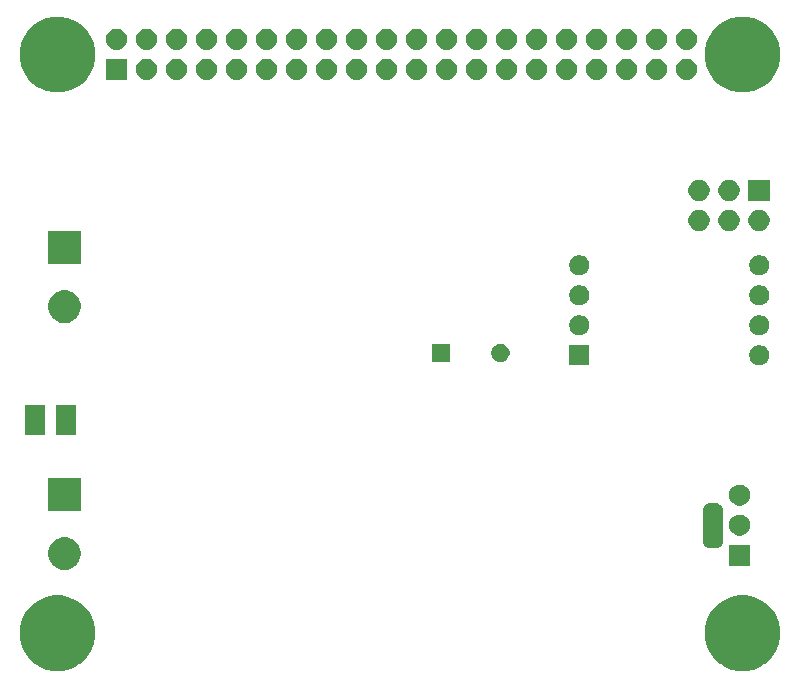
<source format=gbs>
G04 #@! TF.GenerationSoftware,KiCad,Pcbnew,(5.1.2-1)-1*
G04 #@! TF.CreationDate,2019-12-01T18:05:27-08:00*
G04 #@! TF.ProjectId,RaceOn-PiHAT,52616365-4f6e-42d5-9069-4841542e6b69,1*
G04 #@! TF.SameCoordinates,Original*
G04 #@! TF.FileFunction,Soldermask,Bot*
G04 #@! TF.FilePolarity,Negative*
%FSLAX46Y46*%
G04 Gerber Fmt 4.6, Leading zero omitted, Abs format (unit mm)*
G04 Created by KiCad (PCBNEW (5.1.2-1)-1) date 2019-12-01 18:05:27*
%MOMM*%
%LPD*%
G04 APERTURE LIST*
%ADD10C,0.100000*%
G04 APERTURE END LIST*
D10*
G36*
X179433404Y-111672974D02*
G01*
X180015767Y-111914196D01*
X180015768Y-111914197D01*
X180539881Y-112264398D01*
X180985602Y-112710119D01*
X181219599Y-113060321D01*
X181335804Y-113234233D01*
X181577026Y-113816596D01*
X181700000Y-114434826D01*
X181700000Y-115065174D01*
X181577026Y-115683404D01*
X181335804Y-116265767D01*
X181335803Y-116265768D01*
X180985602Y-116789881D01*
X180539881Y-117235602D01*
X180189679Y-117469599D01*
X180015767Y-117585804D01*
X179433404Y-117827026D01*
X178815174Y-117950000D01*
X178184826Y-117950000D01*
X177566596Y-117827026D01*
X176984233Y-117585804D01*
X176810321Y-117469599D01*
X176460119Y-117235602D01*
X176014398Y-116789881D01*
X175664197Y-116265768D01*
X175664196Y-116265767D01*
X175422974Y-115683404D01*
X175300000Y-115065174D01*
X175300000Y-114434826D01*
X175422974Y-113816596D01*
X175664196Y-113234233D01*
X175780401Y-113060321D01*
X176014398Y-112710119D01*
X176460119Y-112264398D01*
X176984232Y-111914197D01*
X176984233Y-111914196D01*
X177566596Y-111672974D01*
X178184826Y-111550000D01*
X178815174Y-111550000D01*
X179433404Y-111672974D01*
X179433404Y-111672974D01*
G37*
G36*
X121433404Y-111672974D02*
G01*
X122015767Y-111914196D01*
X122015768Y-111914197D01*
X122539881Y-112264398D01*
X122985602Y-112710119D01*
X123219599Y-113060321D01*
X123335804Y-113234233D01*
X123577026Y-113816596D01*
X123700000Y-114434826D01*
X123700000Y-115065174D01*
X123577026Y-115683404D01*
X123335804Y-116265767D01*
X123335803Y-116265768D01*
X122985602Y-116789881D01*
X122539881Y-117235602D01*
X122189679Y-117469599D01*
X122015767Y-117585804D01*
X121433404Y-117827026D01*
X120815174Y-117950000D01*
X120184826Y-117950000D01*
X119566596Y-117827026D01*
X118984233Y-117585804D01*
X118810321Y-117469599D01*
X118460119Y-117235602D01*
X118014398Y-116789881D01*
X117664197Y-116265768D01*
X117664196Y-116265767D01*
X117422974Y-115683404D01*
X117300000Y-115065174D01*
X117300000Y-114434826D01*
X117422974Y-113816596D01*
X117664196Y-113234233D01*
X117780401Y-113060321D01*
X118014398Y-112710119D01*
X118460119Y-112264398D01*
X118984232Y-111914197D01*
X118984233Y-111914196D01*
X119566596Y-111672974D01*
X120184826Y-111550000D01*
X120815174Y-111550000D01*
X121433404Y-111672974D01*
X121433404Y-111672974D01*
G37*
G36*
X121373126Y-106626900D02*
G01*
X121508365Y-106653801D01*
X121763149Y-106759336D01*
X121992448Y-106912549D01*
X122187451Y-107107552D01*
X122340664Y-107336851D01*
X122446199Y-107591635D01*
X122500000Y-107862112D01*
X122500000Y-108137888D01*
X122446199Y-108408365D01*
X122340664Y-108663149D01*
X122187451Y-108892448D01*
X121992448Y-109087451D01*
X121763149Y-109240664D01*
X121508365Y-109346199D01*
X121373127Y-109373099D01*
X121237889Y-109400000D01*
X120962111Y-109400000D01*
X120826873Y-109373099D01*
X120691635Y-109346199D01*
X120436851Y-109240664D01*
X120207552Y-109087451D01*
X120012549Y-108892448D01*
X119859336Y-108663149D01*
X119753801Y-108408365D01*
X119700000Y-108137888D01*
X119700000Y-107862112D01*
X119753801Y-107591635D01*
X119859336Y-107336851D01*
X120012549Y-107107552D01*
X120207552Y-106912549D01*
X120436851Y-106759336D01*
X120691635Y-106653801D01*
X120826873Y-106626901D01*
X120962111Y-106600000D01*
X121237889Y-106600000D01*
X121373126Y-106626900D01*
X121373126Y-106626900D01*
G37*
G36*
X179145000Y-109033000D02*
G01*
X177355000Y-109033000D01*
X177355000Y-107243000D01*
X179145000Y-107243000D01*
X179145000Y-109033000D01*
X179145000Y-109033000D01*
G37*
G36*
X176262199Y-103738717D02*
G01*
X176274450Y-103739319D01*
X176292869Y-103739319D01*
X176324754Y-103742459D01*
X176408839Y-103759185D01*
X176439505Y-103768487D01*
X176518703Y-103801291D01*
X176546965Y-103816398D01*
X176618256Y-103864033D01*
X176643014Y-103884352D01*
X176703648Y-103944986D01*
X176723967Y-103969744D01*
X176771602Y-104041035D01*
X176786709Y-104069297D01*
X176819513Y-104148495D01*
X176828815Y-104179161D01*
X176845541Y-104263246D01*
X176848681Y-104295131D01*
X176848681Y-104313550D01*
X176849283Y-104325801D01*
X176851089Y-104344139D01*
X176851089Y-104881863D01*
X176849229Y-104900751D01*
X176849229Y-104925255D01*
X176850000Y-104929131D01*
X176850000Y-106359557D01*
X176849229Y-106375249D01*
X176851089Y-106394137D01*
X176851089Y-106931862D01*
X176849283Y-106950199D01*
X176848681Y-106962450D01*
X176848681Y-106980869D01*
X176845541Y-107012754D01*
X176828815Y-107096839D01*
X176819513Y-107127505D01*
X176786709Y-107206703D01*
X176771602Y-107234965D01*
X176723967Y-107306256D01*
X176703648Y-107331014D01*
X176643014Y-107391648D01*
X176618256Y-107411967D01*
X176546965Y-107459602D01*
X176518703Y-107474709D01*
X176439505Y-107507513D01*
X176408839Y-107516815D01*
X176324754Y-107533541D01*
X176292869Y-107536681D01*
X176274450Y-107536681D01*
X176262199Y-107537283D01*
X176243862Y-107539089D01*
X175756138Y-107539089D01*
X175737801Y-107537283D01*
X175725550Y-107536681D01*
X175707131Y-107536681D01*
X175675246Y-107533541D01*
X175591161Y-107516815D01*
X175560495Y-107507513D01*
X175481297Y-107474709D01*
X175453035Y-107459602D01*
X175381744Y-107411967D01*
X175356986Y-107391648D01*
X175296352Y-107331014D01*
X175276033Y-107306256D01*
X175228398Y-107234965D01*
X175213291Y-107206703D01*
X175180487Y-107127505D01*
X175171185Y-107096839D01*
X175154459Y-107012754D01*
X175151319Y-106980869D01*
X175151319Y-106962450D01*
X175150717Y-106950199D01*
X175148911Y-106931862D01*
X175148911Y-106394137D01*
X175150771Y-106375249D01*
X175150771Y-106350745D01*
X175150000Y-106346869D01*
X175150000Y-104916443D01*
X175150771Y-104900751D01*
X175148911Y-104881863D01*
X175148911Y-104344139D01*
X175150717Y-104325801D01*
X175151319Y-104313550D01*
X175151319Y-104295131D01*
X175154459Y-104263246D01*
X175171185Y-104179161D01*
X175180487Y-104148495D01*
X175213291Y-104069297D01*
X175228398Y-104041035D01*
X175276033Y-103969744D01*
X175296352Y-103944986D01*
X175356986Y-103884352D01*
X175381744Y-103864033D01*
X175453035Y-103816398D01*
X175481297Y-103801291D01*
X175560495Y-103768487D01*
X175591161Y-103759185D01*
X175675246Y-103742459D01*
X175707131Y-103739319D01*
X175725550Y-103739319D01*
X175737801Y-103738717D01*
X175756139Y-103736911D01*
X176243861Y-103736911D01*
X176262199Y-103738717D01*
X176262199Y-103738717D01*
G37*
G36*
X178424606Y-104720197D02*
G01*
X178511062Y-104737394D01*
X178673942Y-104804861D01*
X178820530Y-104902808D01*
X178945192Y-105027470D01*
X179043139Y-105174058D01*
X179110606Y-105336938D01*
X179145000Y-105509850D01*
X179145000Y-105686150D01*
X179110606Y-105859062D01*
X179043139Y-106021942D01*
X178945192Y-106168530D01*
X178820530Y-106293192D01*
X178673942Y-106391139D01*
X178511062Y-106458606D01*
X178424606Y-106475803D01*
X178338151Y-106493000D01*
X178161849Y-106493000D01*
X178075394Y-106475803D01*
X177988938Y-106458606D01*
X177826058Y-106391139D01*
X177679470Y-106293192D01*
X177554808Y-106168530D01*
X177456861Y-106021942D01*
X177389394Y-105859062D01*
X177355000Y-105686150D01*
X177355000Y-105509850D01*
X177389394Y-105336938D01*
X177456861Y-105174058D01*
X177554808Y-105027470D01*
X177679470Y-104902808D01*
X177826058Y-104804861D01*
X177988938Y-104737394D01*
X178075394Y-104720197D01*
X178161849Y-104703000D01*
X178338151Y-104703000D01*
X178424606Y-104720197D01*
X178424606Y-104720197D01*
G37*
G36*
X122500000Y-104400000D02*
G01*
X119700000Y-104400000D01*
X119700000Y-101600000D01*
X122500000Y-101600000D01*
X122500000Y-104400000D01*
X122500000Y-104400000D01*
G37*
G36*
X178424606Y-102180197D02*
G01*
X178511062Y-102197394D01*
X178673942Y-102264861D01*
X178820530Y-102362808D01*
X178945192Y-102487470D01*
X179043139Y-102634058D01*
X179110606Y-102796938D01*
X179145000Y-102969850D01*
X179145000Y-103146150D01*
X179110606Y-103319062D01*
X179043139Y-103481942D01*
X178945192Y-103628530D01*
X178820530Y-103753192D01*
X178673942Y-103851139D01*
X178511062Y-103918606D01*
X178424606Y-103935803D01*
X178338151Y-103953000D01*
X178161849Y-103953000D01*
X178075394Y-103935803D01*
X177988938Y-103918606D01*
X177826058Y-103851139D01*
X177679470Y-103753192D01*
X177554808Y-103628530D01*
X177456861Y-103481942D01*
X177389394Y-103319062D01*
X177355000Y-103146150D01*
X177355000Y-102969850D01*
X177389394Y-102796938D01*
X177456861Y-102634058D01*
X177554808Y-102487470D01*
X177679470Y-102362808D01*
X177826058Y-102264861D01*
X177988938Y-102197394D01*
X178075394Y-102180197D01*
X178161849Y-102163000D01*
X178338151Y-102163000D01*
X178424606Y-102180197D01*
X178424606Y-102180197D01*
G37*
G36*
X122050000Y-97950000D02*
G01*
X120350000Y-97950000D01*
X120350000Y-95450000D01*
X122050000Y-95450000D01*
X122050000Y-97950000D01*
X122050000Y-97950000D01*
G37*
G36*
X119450000Y-97950000D02*
G01*
X117750000Y-97950000D01*
X117750000Y-95450000D01*
X119450000Y-95450000D01*
X119450000Y-97950000D01*
X119450000Y-97950000D01*
G37*
G36*
X180167935Y-90392664D02*
G01*
X180322624Y-90456739D01*
X180322626Y-90456740D01*
X180461844Y-90549762D01*
X180580238Y-90668156D01*
X180673260Y-90807374D01*
X180673261Y-90807376D01*
X180737336Y-90962065D01*
X180770000Y-91126281D01*
X180770000Y-91293719D01*
X180737336Y-91457935D01*
X180673261Y-91612624D01*
X180673260Y-91612626D01*
X180580238Y-91751844D01*
X180461844Y-91870238D01*
X180322626Y-91963260D01*
X180322625Y-91963261D01*
X180322624Y-91963261D01*
X180167935Y-92027336D01*
X180003719Y-92060000D01*
X179836281Y-92060000D01*
X179672065Y-92027336D01*
X179517376Y-91963261D01*
X179517375Y-91963261D01*
X179517374Y-91963260D01*
X179378156Y-91870238D01*
X179259762Y-91751844D01*
X179166740Y-91612626D01*
X179166739Y-91612624D01*
X179102664Y-91457935D01*
X179070000Y-91293719D01*
X179070000Y-91126281D01*
X179102664Y-90962065D01*
X179166739Y-90807376D01*
X179166740Y-90807374D01*
X179259762Y-90668156D01*
X179378156Y-90549762D01*
X179517374Y-90456740D01*
X179517376Y-90456739D01*
X179672065Y-90392664D01*
X179836281Y-90360000D01*
X180003719Y-90360000D01*
X180167935Y-90392664D01*
X180167935Y-90392664D01*
G37*
G36*
X165530000Y-92060000D02*
G01*
X163830000Y-92060000D01*
X163830000Y-90360000D01*
X165530000Y-90360000D01*
X165530000Y-92060000D01*
X165530000Y-92060000D01*
G37*
G36*
X158226059Y-90254782D02*
G01*
X158367099Y-90313203D01*
X158367100Y-90313204D01*
X158494034Y-90398018D01*
X158601982Y-90505966D01*
X158601983Y-90505968D01*
X158686797Y-90632901D01*
X158745218Y-90773941D01*
X158775000Y-90923668D01*
X158775000Y-91076332D01*
X158745218Y-91226059D01*
X158686797Y-91367099D01*
X158686796Y-91367100D01*
X158601982Y-91494034D01*
X158494034Y-91601982D01*
X158478107Y-91612624D01*
X158367099Y-91686797D01*
X158226059Y-91745218D01*
X158076332Y-91775000D01*
X157923668Y-91775000D01*
X157773941Y-91745218D01*
X157632901Y-91686797D01*
X157521893Y-91612624D01*
X157505966Y-91601982D01*
X157398018Y-91494034D01*
X157313204Y-91367100D01*
X157313203Y-91367099D01*
X157254782Y-91226059D01*
X157225000Y-91076332D01*
X157225000Y-90923668D01*
X157254782Y-90773941D01*
X157313203Y-90632901D01*
X157398017Y-90505968D01*
X157398018Y-90505966D01*
X157505966Y-90398018D01*
X157632900Y-90313204D01*
X157632901Y-90313203D01*
X157773941Y-90254782D01*
X157923668Y-90225000D01*
X158076332Y-90225000D01*
X158226059Y-90254782D01*
X158226059Y-90254782D01*
G37*
G36*
X153775000Y-91775000D02*
G01*
X152225000Y-91775000D01*
X152225000Y-90225000D01*
X153775000Y-90225000D01*
X153775000Y-91775000D01*
X153775000Y-91775000D01*
G37*
G36*
X180167935Y-87852664D02*
G01*
X180322624Y-87916739D01*
X180322626Y-87916740D01*
X180461844Y-88009762D01*
X180580238Y-88128156D01*
X180619857Y-88187451D01*
X180673261Y-88267376D01*
X180737336Y-88422065D01*
X180770000Y-88586281D01*
X180770000Y-88753719D01*
X180737336Y-88917935D01*
X180673261Y-89072624D01*
X180673260Y-89072626D01*
X180580238Y-89211844D01*
X180461844Y-89330238D01*
X180322626Y-89423260D01*
X180322625Y-89423261D01*
X180322624Y-89423261D01*
X180167935Y-89487336D01*
X180003719Y-89520000D01*
X179836281Y-89520000D01*
X179672065Y-89487336D01*
X179517376Y-89423261D01*
X179517375Y-89423261D01*
X179517374Y-89423260D01*
X179378156Y-89330238D01*
X179259762Y-89211844D01*
X179166740Y-89072626D01*
X179166739Y-89072624D01*
X179102664Y-88917935D01*
X179070000Y-88753719D01*
X179070000Y-88586281D01*
X179102664Y-88422065D01*
X179166739Y-88267376D01*
X179220143Y-88187451D01*
X179259762Y-88128156D01*
X179378156Y-88009762D01*
X179517374Y-87916740D01*
X179517376Y-87916739D01*
X179672065Y-87852664D01*
X179836281Y-87820000D01*
X180003719Y-87820000D01*
X180167935Y-87852664D01*
X180167935Y-87852664D01*
G37*
G36*
X164927935Y-87852664D02*
G01*
X165082624Y-87916739D01*
X165082626Y-87916740D01*
X165221844Y-88009762D01*
X165340238Y-88128156D01*
X165379857Y-88187451D01*
X165433261Y-88267376D01*
X165497336Y-88422065D01*
X165530000Y-88586281D01*
X165530000Y-88753719D01*
X165497336Y-88917935D01*
X165433261Y-89072624D01*
X165433260Y-89072626D01*
X165340238Y-89211844D01*
X165221844Y-89330238D01*
X165082626Y-89423260D01*
X165082625Y-89423261D01*
X165082624Y-89423261D01*
X164927935Y-89487336D01*
X164763719Y-89520000D01*
X164596281Y-89520000D01*
X164432065Y-89487336D01*
X164277376Y-89423261D01*
X164277375Y-89423261D01*
X164277374Y-89423260D01*
X164138156Y-89330238D01*
X164019762Y-89211844D01*
X163926740Y-89072626D01*
X163926739Y-89072624D01*
X163862664Y-88917935D01*
X163830000Y-88753719D01*
X163830000Y-88586281D01*
X163862664Y-88422065D01*
X163926739Y-88267376D01*
X163980143Y-88187451D01*
X164019762Y-88128156D01*
X164138156Y-88009762D01*
X164277374Y-87916740D01*
X164277376Y-87916739D01*
X164432065Y-87852664D01*
X164596281Y-87820000D01*
X164763719Y-87820000D01*
X164927935Y-87852664D01*
X164927935Y-87852664D01*
G37*
G36*
X121373127Y-85726901D02*
G01*
X121508365Y-85753801D01*
X121763149Y-85859336D01*
X121992448Y-86012549D01*
X122187451Y-86207552D01*
X122301298Y-86377936D01*
X122340665Y-86436853D01*
X122446199Y-86691636D01*
X122484316Y-86883260D01*
X122500000Y-86962112D01*
X122500000Y-87237888D01*
X122446199Y-87508365D01*
X122340664Y-87763149D01*
X122187451Y-87992448D01*
X121992448Y-88187451D01*
X121763149Y-88340664D01*
X121508365Y-88446199D01*
X121373126Y-88473100D01*
X121237889Y-88500000D01*
X120962111Y-88500000D01*
X120826874Y-88473100D01*
X120691635Y-88446199D01*
X120436851Y-88340664D01*
X120207552Y-88187451D01*
X120012549Y-87992448D01*
X119859336Y-87763149D01*
X119753801Y-87508365D01*
X119700000Y-87237888D01*
X119700000Y-86962112D01*
X119715685Y-86883260D01*
X119753801Y-86691636D01*
X119859335Y-86436853D01*
X119898702Y-86377936D01*
X120012549Y-86207552D01*
X120207552Y-86012549D01*
X120436851Y-85859336D01*
X120691635Y-85753801D01*
X120826873Y-85726901D01*
X120962111Y-85700000D01*
X121237889Y-85700000D01*
X121373127Y-85726901D01*
X121373127Y-85726901D01*
G37*
G36*
X180167935Y-85312664D02*
G01*
X180322624Y-85376739D01*
X180322626Y-85376740D01*
X180461844Y-85469762D01*
X180580238Y-85588156D01*
X180654969Y-85700000D01*
X180673261Y-85727376D01*
X180737336Y-85882065D01*
X180770000Y-86046281D01*
X180770000Y-86213719D01*
X180737336Y-86377935D01*
X180712931Y-86436853D01*
X180673260Y-86532626D01*
X180580238Y-86671844D01*
X180461844Y-86790238D01*
X180322626Y-86883260D01*
X180322625Y-86883261D01*
X180322624Y-86883261D01*
X180167935Y-86947336D01*
X180003719Y-86980000D01*
X179836281Y-86980000D01*
X179672065Y-86947336D01*
X179517376Y-86883261D01*
X179517375Y-86883261D01*
X179517374Y-86883260D01*
X179378156Y-86790238D01*
X179259762Y-86671844D01*
X179166740Y-86532626D01*
X179127069Y-86436853D01*
X179102664Y-86377935D01*
X179070000Y-86213719D01*
X179070000Y-86046281D01*
X179102664Y-85882065D01*
X179166739Y-85727376D01*
X179185031Y-85700000D01*
X179259762Y-85588156D01*
X179378156Y-85469762D01*
X179517374Y-85376740D01*
X179517376Y-85376739D01*
X179672065Y-85312664D01*
X179836281Y-85280000D01*
X180003719Y-85280000D01*
X180167935Y-85312664D01*
X180167935Y-85312664D01*
G37*
G36*
X164927935Y-85312664D02*
G01*
X165082624Y-85376739D01*
X165082626Y-85376740D01*
X165221844Y-85469762D01*
X165340238Y-85588156D01*
X165414969Y-85700000D01*
X165433261Y-85727376D01*
X165497336Y-85882065D01*
X165530000Y-86046281D01*
X165530000Y-86213719D01*
X165497336Y-86377935D01*
X165472931Y-86436853D01*
X165433260Y-86532626D01*
X165340238Y-86671844D01*
X165221844Y-86790238D01*
X165082626Y-86883260D01*
X165082625Y-86883261D01*
X165082624Y-86883261D01*
X164927935Y-86947336D01*
X164763719Y-86980000D01*
X164596281Y-86980000D01*
X164432065Y-86947336D01*
X164277376Y-86883261D01*
X164277375Y-86883261D01*
X164277374Y-86883260D01*
X164138156Y-86790238D01*
X164019762Y-86671844D01*
X163926740Y-86532626D01*
X163887069Y-86436853D01*
X163862664Y-86377935D01*
X163830000Y-86213719D01*
X163830000Y-86046281D01*
X163862664Y-85882065D01*
X163926739Y-85727376D01*
X163945031Y-85700000D01*
X164019762Y-85588156D01*
X164138156Y-85469762D01*
X164277374Y-85376740D01*
X164277376Y-85376739D01*
X164432065Y-85312664D01*
X164596281Y-85280000D01*
X164763719Y-85280000D01*
X164927935Y-85312664D01*
X164927935Y-85312664D01*
G37*
G36*
X180167935Y-82772664D02*
G01*
X180322624Y-82836739D01*
X180322626Y-82836740D01*
X180461844Y-82929762D01*
X180580238Y-83048156D01*
X180673260Y-83187374D01*
X180673261Y-83187376D01*
X180737336Y-83342065D01*
X180770000Y-83506281D01*
X180770000Y-83673719D01*
X180737336Y-83837935D01*
X180673261Y-83992624D01*
X180673260Y-83992626D01*
X180580238Y-84131844D01*
X180461844Y-84250238D01*
X180322626Y-84343260D01*
X180322625Y-84343261D01*
X180322624Y-84343261D01*
X180167935Y-84407336D01*
X180003719Y-84440000D01*
X179836281Y-84440000D01*
X179672065Y-84407336D01*
X179517376Y-84343261D01*
X179517375Y-84343261D01*
X179517374Y-84343260D01*
X179378156Y-84250238D01*
X179259762Y-84131844D01*
X179166740Y-83992626D01*
X179166739Y-83992624D01*
X179102664Y-83837935D01*
X179070000Y-83673719D01*
X179070000Y-83506281D01*
X179102664Y-83342065D01*
X179166739Y-83187376D01*
X179166740Y-83187374D01*
X179259762Y-83048156D01*
X179378156Y-82929762D01*
X179517374Y-82836740D01*
X179517376Y-82836739D01*
X179672065Y-82772664D01*
X179836281Y-82740000D01*
X180003719Y-82740000D01*
X180167935Y-82772664D01*
X180167935Y-82772664D01*
G37*
G36*
X164927935Y-82772664D02*
G01*
X165082624Y-82836739D01*
X165082626Y-82836740D01*
X165221844Y-82929762D01*
X165340238Y-83048156D01*
X165433260Y-83187374D01*
X165433261Y-83187376D01*
X165497336Y-83342065D01*
X165530000Y-83506281D01*
X165530000Y-83673719D01*
X165497336Y-83837935D01*
X165433261Y-83992624D01*
X165433260Y-83992626D01*
X165340238Y-84131844D01*
X165221844Y-84250238D01*
X165082626Y-84343260D01*
X165082625Y-84343261D01*
X165082624Y-84343261D01*
X164927935Y-84407336D01*
X164763719Y-84440000D01*
X164596281Y-84440000D01*
X164432065Y-84407336D01*
X164277376Y-84343261D01*
X164277375Y-84343261D01*
X164277374Y-84343260D01*
X164138156Y-84250238D01*
X164019762Y-84131844D01*
X163926740Y-83992626D01*
X163926739Y-83992624D01*
X163862664Y-83837935D01*
X163830000Y-83673719D01*
X163830000Y-83506281D01*
X163862664Y-83342065D01*
X163926739Y-83187376D01*
X163926740Y-83187374D01*
X164019762Y-83048156D01*
X164138156Y-82929762D01*
X164277374Y-82836740D01*
X164277376Y-82836739D01*
X164432065Y-82772664D01*
X164596281Y-82740000D01*
X164763719Y-82740000D01*
X164927935Y-82772664D01*
X164927935Y-82772664D01*
G37*
G36*
X122500000Y-83500000D02*
G01*
X119700000Y-83500000D01*
X119700000Y-80700000D01*
X122500000Y-80700000D01*
X122500000Y-83500000D01*
X122500000Y-83500000D01*
G37*
G36*
X180163979Y-78929778D02*
G01*
X180328677Y-78997998D01*
X180476902Y-79097039D01*
X180602961Y-79223098D01*
X180702002Y-79371323D01*
X180770222Y-79536021D01*
X180805000Y-79710864D01*
X180805000Y-79889136D01*
X180770222Y-80063979D01*
X180702002Y-80228677D01*
X180602961Y-80376902D01*
X180476902Y-80502961D01*
X180328677Y-80602002D01*
X180163979Y-80670222D01*
X179989136Y-80705000D01*
X179810864Y-80705000D01*
X179636021Y-80670222D01*
X179471323Y-80602002D01*
X179323098Y-80502961D01*
X179197039Y-80376902D01*
X179097998Y-80228677D01*
X179029778Y-80063979D01*
X178995000Y-79889136D01*
X178995000Y-79710864D01*
X179029778Y-79536021D01*
X179097998Y-79371323D01*
X179197039Y-79223098D01*
X179323098Y-79097039D01*
X179471323Y-78997998D01*
X179636021Y-78929778D01*
X179810864Y-78895000D01*
X179989136Y-78895000D01*
X180163979Y-78929778D01*
X180163979Y-78929778D01*
G37*
G36*
X177623979Y-78929778D02*
G01*
X177788677Y-78997998D01*
X177936902Y-79097039D01*
X178062961Y-79223098D01*
X178162002Y-79371323D01*
X178230222Y-79536021D01*
X178265000Y-79710864D01*
X178265000Y-79889136D01*
X178230222Y-80063979D01*
X178162002Y-80228677D01*
X178062961Y-80376902D01*
X177936902Y-80502961D01*
X177788677Y-80602002D01*
X177623979Y-80670222D01*
X177449136Y-80705000D01*
X177270864Y-80705000D01*
X177096021Y-80670222D01*
X176931323Y-80602002D01*
X176783098Y-80502961D01*
X176657039Y-80376902D01*
X176557998Y-80228677D01*
X176489778Y-80063979D01*
X176455000Y-79889136D01*
X176455000Y-79710864D01*
X176489778Y-79536021D01*
X176557998Y-79371323D01*
X176657039Y-79223098D01*
X176783098Y-79097039D01*
X176931323Y-78997998D01*
X177096021Y-78929778D01*
X177270864Y-78895000D01*
X177449136Y-78895000D01*
X177623979Y-78929778D01*
X177623979Y-78929778D01*
G37*
G36*
X175083979Y-78929778D02*
G01*
X175248677Y-78997998D01*
X175396902Y-79097039D01*
X175522961Y-79223098D01*
X175622002Y-79371323D01*
X175690222Y-79536021D01*
X175725000Y-79710864D01*
X175725000Y-79889136D01*
X175690222Y-80063979D01*
X175622002Y-80228677D01*
X175522961Y-80376902D01*
X175396902Y-80502961D01*
X175248677Y-80602002D01*
X175083979Y-80670222D01*
X174909136Y-80705000D01*
X174730864Y-80705000D01*
X174556021Y-80670222D01*
X174391323Y-80602002D01*
X174243098Y-80502961D01*
X174117039Y-80376902D01*
X174017998Y-80228677D01*
X173949778Y-80063979D01*
X173915000Y-79889136D01*
X173915000Y-79710864D01*
X173949778Y-79536021D01*
X174017998Y-79371323D01*
X174117039Y-79223098D01*
X174243098Y-79097039D01*
X174391323Y-78997998D01*
X174556021Y-78929778D01*
X174730864Y-78895000D01*
X174909136Y-78895000D01*
X175083979Y-78929778D01*
X175083979Y-78929778D01*
G37*
G36*
X175083979Y-76389778D02*
G01*
X175248677Y-76457998D01*
X175396902Y-76557039D01*
X175522961Y-76683098D01*
X175622002Y-76831323D01*
X175690222Y-76996021D01*
X175725000Y-77170864D01*
X175725000Y-77349136D01*
X175690222Y-77523979D01*
X175622002Y-77688677D01*
X175522961Y-77836902D01*
X175396902Y-77962961D01*
X175248677Y-78062002D01*
X175083979Y-78130222D01*
X174909136Y-78165000D01*
X174730864Y-78165000D01*
X174556021Y-78130222D01*
X174391323Y-78062002D01*
X174243098Y-77962961D01*
X174117039Y-77836902D01*
X174017998Y-77688677D01*
X173949778Y-77523979D01*
X173915000Y-77349136D01*
X173915000Y-77170864D01*
X173949778Y-76996021D01*
X174017998Y-76831323D01*
X174117039Y-76683098D01*
X174243098Y-76557039D01*
X174391323Y-76457998D01*
X174556021Y-76389778D01*
X174730864Y-76355000D01*
X174909136Y-76355000D01*
X175083979Y-76389778D01*
X175083979Y-76389778D01*
G37*
G36*
X177623979Y-76389778D02*
G01*
X177788677Y-76457998D01*
X177936902Y-76557039D01*
X178062961Y-76683098D01*
X178162002Y-76831323D01*
X178230222Y-76996021D01*
X178265000Y-77170864D01*
X178265000Y-77349136D01*
X178230222Y-77523979D01*
X178162002Y-77688677D01*
X178062961Y-77836902D01*
X177936902Y-77962961D01*
X177788677Y-78062002D01*
X177623979Y-78130222D01*
X177449136Y-78165000D01*
X177270864Y-78165000D01*
X177096021Y-78130222D01*
X176931323Y-78062002D01*
X176783098Y-77962961D01*
X176657039Y-77836902D01*
X176557998Y-77688677D01*
X176489778Y-77523979D01*
X176455000Y-77349136D01*
X176455000Y-77170864D01*
X176489778Y-76996021D01*
X176557998Y-76831323D01*
X176657039Y-76683098D01*
X176783098Y-76557039D01*
X176931323Y-76457998D01*
X177096021Y-76389778D01*
X177270864Y-76355000D01*
X177449136Y-76355000D01*
X177623979Y-76389778D01*
X177623979Y-76389778D01*
G37*
G36*
X180805000Y-78165000D02*
G01*
X178995000Y-78165000D01*
X178995000Y-76355000D01*
X180805000Y-76355000D01*
X180805000Y-78165000D01*
X180805000Y-78165000D01*
G37*
G36*
X121433404Y-62672974D02*
G01*
X122015767Y-62914196D01*
X122015768Y-62914197D01*
X122539881Y-63264398D01*
X122985602Y-63710119D01*
X123203387Y-64036058D01*
X123335804Y-64234233D01*
X123577026Y-64816596D01*
X123700000Y-65434826D01*
X123700000Y-66065174D01*
X123577026Y-66683404D01*
X123335804Y-67265767D01*
X123335803Y-67265768D01*
X122985602Y-67789881D01*
X122539881Y-68235602D01*
X122189679Y-68469599D01*
X122015767Y-68585804D01*
X121433404Y-68827026D01*
X120815174Y-68950000D01*
X120184826Y-68950000D01*
X119566596Y-68827026D01*
X118984233Y-68585804D01*
X118810321Y-68469599D01*
X118460119Y-68235602D01*
X118014398Y-67789881D01*
X117664197Y-67265768D01*
X117664196Y-67265767D01*
X117422974Y-66683404D01*
X117300000Y-66065174D01*
X117300000Y-65434826D01*
X117422974Y-64816596D01*
X117664196Y-64234233D01*
X117796613Y-64036058D01*
X118014398Y-63710119D01*
X118460119Y-63264398D01*
X118984232Y-62914197D01*
X118984233Y-62914196D01*
X119566596Y-62672974D01*
X120184826Y-62550000D01*
X120815174Y-62550000D01*
X121433404Y-62672974D01*
X121433404Y-62672974D01*
G37*
G36*
X179433404Y-62672974D02*
G01*
X180015767Y-62914196D01*
X180015768Y-62914197D01*
X180539881Y-63264398D01*
X180985602Y-63710119D01*
X181203387Y-64036058D01*
X181335804Y-64234233D01*
X181577026Y-64816596D01*
X181700000Y-65434826D01*
X181700000Y-66065174D01*
X181577026Y-66683404D01*
X181335804Y-67265767D01*
X181335803Y-67265768D01*
X180985602Y-67789881D01*
X180539881Y-68235602D01*
X180189679Y-68469599D01*
X180015767Y-68585804D01*
X179433404Y-68827026D01*
X178815174Y-68950000D01*
X178184826Y-68950000D01*
X177566596Y-68827026D01*
X176984233Y-68585804D01*
X176810321Y-68469599D01*
X176460119Y-68235602D01*
X176014398Y-67789881D01*
X175664197Y-67265768D01*
X175664196Y-67265767D01*
X175422974Y-66683404D01*
X175300000Y-66065174D01*
X175300000Y-65434826D01*
X175422974Y-64816596D01*
X175664196Y-64234233D01*
X175796613Y-64036058D01*
X176014398Y-63710119D01*
X176460119Y-63264398D01*
X176984232Y-62914197D01*
X176984233Y-62914196D01*
X177566596Y-62672974D01*
X178184826Y-62550000D01*
X178815174Y-62550000D01*
X179433404Y-62672974D01*
X179433404Y-62672974D01*
G37*
G36*
X156154606Y-66122197D02*
G01*
X156241062Y-66139394D01*
X156403942Y-66206861D01*
X156550530Y-66304808D01*
X156675192Y-66429470D01*
X156773139Y-66576058D01*
X156840606Y-66738938D01*
X156875000Y-66911850D01*
X156875000Y-67088150D01*
X156840606Y-67261062D01*
X156773139Y-67423942D01*
X156675192Y-67570530D01*
X156550530Y-67695192D01*
X156403942Y-67793139D01*
X156241062Y-67860606D01*
X156154606Y-67877803D01*
X156068151Y-67895000D01*
X155891849Y-67895000D01*
X155805394Y-67877803D01*
X155718938Y-67860606D01*
X155556058Y-67793139D01*
X155409470Y-67695192D01*
X155284808Y-67570530D01*
X155186861Y-67423942D01*
X155119394Y-67261062D01*
X155085000Y-67088150D01*
X155085000Y-66911850D01*
X155119394Y-66738938D01*
X155186861Y-66576058D01*
X155284808Y-66429470D01*
X155409470Y-66304808D01*
X155556058Y-66206861D01*
X155718938Y-66139394D01*
X155805394Y-66122197D01*
X155891849Y-66105000D01*
X156068151Y-66105000D01*
X156154606Y-66122197D01*
X156154606Y-66122197D01*
G37*
G36*
X166314606Y-66122197D02*
G01*
X166401062Y-66139394D01*
X166563942Y-66206861D01*
X166710530Y-66304808D01*
X166835192Y-66429470D01*
X166933139Y-66576058D01*
X167000606Y-66738938D01*
X167035000Y-66911850D01*
X167035000Y-67088150D01*
X167000606Y-67261062D01*
X166933139Y-67423942D01*
X166835192Y-67570530D01*
X166710530Y-67695192D01*
X166563942Y-67793139D01*
X166401062Y-67860606D01*
X166314606Y-67877803D01*
X166228151Y-67895000D01*
X166051849Y-67895000D01*
X165965394Y-67877803D01*
X165878938Y-67860606D01*
X165716058Y-67793139D01*
X165569470Y-67695192D01*
X165444808Y-67570530D01*
X165346861Y-67423942D01*
X165279394Y-67261062D01*
X165245000Y-67088150D01*
X165245000Y-66911850D01*
X165279394Y-66738938D01*
X165346861Y-66576058D01*
X165444808Y-66429470D01*
X165569470Y-66304808D01*
X165716058Y-66206861D01*
X165878938Y-66139394D01*
X165965394Y-66122197D01*
X166051849Y-66105000D01*
X166228151Y-66105000D01*
X166314606Y-66122197D01*
X166314606Y-66122197D01*
G37*
G36*
X153614606Y-66122197D02*
G01*
X153701062Y-66139394D01*
X153863942Y-66206861D01*
X154010530Y-66304808D01*
X154135192Y-66429470D01*
X154233139Y-66576058D01*
X154300606Y-66738938D01*
X154335000Y-66911850D01*
X154335000Y-67088150D01*
X154300606Y-67261062D01*
X154233139Y-67423942D01*
X154135192Y-67570530D01*
X154010530Y-67695192D01*
X153863942Y-67793139D01*
X153701062Y-67860606D01*
X153614606Y-67877803D01*
X153528151Y-67895000D01*
X153351849Y-67895000D01*
X153265394Y-67877803D01*
X153178938Y-67860606D01*
X153016058Y-67793139D01*
X152869470Y-67695192D01*
X152744808Y-67570530D01*
X152646861Y-67423942D01*
X152579394Y-67261062D01*
X152545000Y-67088150D01*
X152545000Y-66911850D01*
X152579394Y-66738938D01*
X152646861Y-66576058D01*
X152744808Y-66429470D01*
X152869470Y-66304808D01*
X153016058Y-66206861D01*
X153178938Y-66139394D01*
X153265394Y-66122197D01*
X153351849Y-66105000D01*
X153528151Y-66105000D01*
X153614606Y-66122197D01*
X153614606Y-66122197D01*
G37*
G36*
X151074606Y-66122197D02*
G01*
X151161062Y-66139394D01*
X151323942Y-66206861D01*
X151470530Y-66304808D01*
X151595192Y-66429470D01*
X151693139Y-66576058D01*
X151760606Y-66738938D01*
X151795000Y-66911850D01*
X151795000Y-67088150D01*
X151760606Y-67261062D01*
X151693139Y-67423942D01*
X151595192Y-67570530D01*
X151470530Y-67695192D01*
X151323942Y-67793139D01*
X151161062Y-67860606D01*
X151074606Y-67877803D01*
X150988151Y-67895000D01*
X150811849Y-67895000D01*
X150725394Y-67877803D01*
X150638938Y-67860606D01*
X150476058Y-67793139D01*
X150329470Y-67695192D01*
X150204808Y-67570530D01*
X150106861Y-67423942D01*
X150039394Y-67261062D01*
X150005000Y-67088150D01*
X150005000Y-66911850D01*
X150039394Y-66738938D01*
X150106861Y-66576058D01*
X150204808Y-66429470D01*
X150329470Y-66304808D01*
X150476058Y-66206861D01*
X150638938Y-66139394D01*
X150725394Y-66122197D01*
X150811849Y-66105000D01*
X150988151Y-66105000D01*
X151074606Y-66122197D01*
X151074606Y-66122197D01*
G37*
G36*
X148534606Y-66122197D02*
G01*
X148621062Y-66139394D01*
X148783942Y-66206861D01*
X148930530Y-66304808D01*
X149055192Y-66429470D01*
X149153139Y-66576058D01*
X149220606Y-66738938D01*
X149255000Y-66911850D01*
X149255000Y-67088150D01*
X149220606Y-67261062D01*
X149153139Y-67423942D01*
X149055192Y-67570530D01*
X148930530Y-67695192D01*
X148783942Y-67793139D01*
X148621062Y-67860606D01*
X148534606Y-67877803D01*
X148448151Y-67895000D01*
X148271849Y-67895000D01*
X148185394Y-67877803D01*
X148098938Y-67860606D01*
X147936058Y-67793139D01*
X147789470Y-67695192D01*
X147664808Y-67570530D01*
X147566861Y-67423942D01*
X147499394Y-67261062D01*
X147465000Y-67088150D01*
X147465000Y-66911850D01*
X147499394Y-66738938D01*
X147566861Y-66576058D01*
X147664808Y-66429470D01*
X147789470Y-66304808D01*
X147936058Y-66206861D01*
X148098938Y-66139394D01*
X148185394Y-66122197D01*
X148271849Y-66105000D01*
X148448151Y-66105000D01*
X148534606Y-66122197D01*
X148534606Y-66122197D01*
G37*
G36*
X145994606Y-66122197D02*
G01*
X146081062Y-66139394D01*
X146243942Y-66206861D01*
X146390530Y-66304808D01*
X146515192Y-66429470D01*
X146613139Y-66576058D01*
X146680606Y-66738938D01*
X146715000Y-66911850D01*
X146715000Y-67088150D01*
X146680606Y-67261062D01*
X146613139Y-67423942D01*
X146515192Y-67570530D01*
X146390530Y-67695192D01*
X146243942Y-67793139D01*
X146081062Y-67860606D01*
X145994606Y-67877803D01*
X145908151Y-67895000D01*
X145731849Y-67895000D01*
X145645394Y-67877803D01*
X145558938Y-67860606D01*
X145396058Y-67793139D01*
X145249470Y-67695192D01*
X145124808Y-67570530D01*
X145026861Y-67423942D01*
X144959394Y-67261062D01*
X144925000Y-67088150D01*
X144925000Y-66911850D01*
X144959394Y-66738938D01*
X145026861Y-66576058D01*
X145124808Y-66429470D01*
X145249470Y-66304808D01*
X145396058Y-66206861D01*
X145558938Y-66139394D01*
X145645394Y-66122197D01*
X145731849Y-66105000D01*
X145908151Y-66105000D01*
X145994606Y-66122197D01*
X145994606Y-66122197D01*
G37*
G36*
X161234606Y-66122197D02*
G01*
X161321062Y-66139394D01*
X161483942Y-66206861D01*
X161630530Y-66304808D01*
X161755192Y-66429470D01*
X161853139Y-66576058D01*
X161920606Y-66738938D01*
X161955000Y-66911850D01*
X161955000Y-67088150D01*
X161920606Y-67261062D01*
X161853139Y-67423942D01*
X161755192Y-67570530D01*
X161630530Y-67695192D01*
X161483942Y-67793139D01*
X161321062Y-67860606D01*
X161234606Y-67877803D01*
X161148151Y-67895000D01*
X160971849Y-67895000D01*
X160885394Y-67877803D01*
X160798938Y-67860606D01*
X160636058Y-67793139D01*
X160489470Y-67695192D01*
X160364808Y-67570530D01*
X160266861Y-67423942D01*
X160199394Y-67261062D01*
X160165000Y-67088150D01*
X160165000Y-66911850D01*
X160199394Y-66738938D01*
X160266861Y-66576058D01*
X160364808Y-66429470D01*
X160489470Y-66304808D01*
X160636058Y-66206861D01*
X160798938Y-66139394D01*
X160885394Y-66122197D01*
X160971849Y-66105000D01*
X161148151Y-66105000D01*
X161234606Y-66122197D01*
X161234606Y-66122197D01*
G37*
G36*
X163774606Y-66122197D02*
G01*
X163861062Y-66139394D01*
X164023942Y-66206861D01*
X164170530Y-66304808D01*
X164295192Y-66429470D01*
X164393139Y-66576058D01*
X164460606Y-66738938D01*
X164495000Y-66911850D01*
X164495000Y-67088150D01*
X164460606Y-67261062D01*
X164393139Y-67423942D01*
X164295192Y-67570530D01*
X164170530Y-67695192D01*
X164023942Y-67793139D01*
X163861062Y-67860606D01*
X163774606Y-67877803D01*
X163688151Y-67895000D01*
X163511849Y-67895000D01*
X163425394Y-67877803D01*
X163338938Y-67860606D01*
X163176058Y-67793139D01*
X163029470Y-67695192D01*
X162904808Y-67570530D01*
X162806861Y-67423942D01*
X162739394Y-67261062D01*
X162705000Y-67088150D01*
X162705000Y-66911850D01*
X162739394Y-66738938D01*
X162806861Y-66576058D01*
X162904808Y-66429470D01*
X163029470Y-66304808D01*
X163176058Y-66206861D01*
X163338938Y-66139394D01*
X163425394Y-66122197D01*
X163511849Y-66105000D01*
X163688151Y-66105000D01*
X163774606Y-66122197D01*
X163774606Y-66122197D01*
G37*
G36*
X143454606Y-66122197D02*
G01*
X143541062Y-66139394D01*
X143703942Y-66206861D01*
X143850530Y-66304808D01*
X143975192Y-66429470D01*
X144073139Y-66576058D01*
X144140606Y-66738938D01*
X144175000Y-66911850D01*
X144175000Y-67088150D01*
X144140606Y-67261062D01*
X144073139Y-67423942D01*
X143975192Y-67570530D01*
X143850530Y-67695192D01*
X143703942Y-67793139D01*
X143541062Y-67860606D01*
X143454606Y-67877803D01*
X143368151Y-67895000D01*
X143191849Y-67895000D01*
X143105394Y-67877803D01*
X143018938Y-67860606D01*
X142856058Y-67793139D01*
X142709470Y-67695192D01*
X142584808Y-67570530D01*
X142486861Y-67423942D01*
X142419394Y-67261062D01*
X142385000Y-67088150D01*
X142385000Y-66911850D01*
X142419394Y-66738938D01*
X142486861Y-66576058D01*
X142584808Y-66429470D01*
X142709470Y-66304808D01*
X142856058Y-66206861D01*
X143018938Y-66139394D01*
X143105394Y-66122197D01*
X143191849Y-66105000D01*
X143368151Y-66105000D01*
X143454606Y-66122197D01*
X143454606Y-66122197D01*
G37*
G36*
X140914606Y-66122197D02*
G01*
X141001062Y-66139394D01*
X141163942Y-66206861D01*
X141310530Y-66304808D01*
X141435192Y-66429470D01*
X141533139Y-66576058D01*
X141600606Y-66738938D01*
X141635000Y-66911850D01*
X141635000Y-67088150D01*
X141600606Y-67261062D01*
X141533139Y-67423942D01*
X141435192Y-67570530D01*
X141310530Y-67695192D01*
X141163942Y-67793139D01*
X141001062Y-67860606D01*
X140914606Y-67877803D01*
X140828151Y-67895000D01*
X140651849Y-67895000D01*
X140565394Y-67877803D01*
X140478938Y-67860606D01*
X140316058Y-67793139D01*
X140169470Y-67695192D01*
X140044808Y-67570530D01*
X139946861Y-67423942D01*
X139879394Y-67261062D01*
X139845000Y-67088150D01*
X139845000Y-66911850D01*
X139879394Y-66738938D01*
X139946861Y-66576058D01*
X140044808Y-66429470D01*
X140169470Y-66304808D01*
X140316058Y-66206861D01*
X140478938Y-66139394D01*
X140565394Y-66122197D01*
X140651849Y-66105000D01*
X140828151Y-66105000D01*
X140914606Y-66122197D01*
X140914606Y-66122197D01*
G37*
G36*
X158694606Y-66122197D02*
G01*
X158781062Y-66139394D01*
X158943942Y-66206861D01*
X159090530Y-66304808D01*
X159215192Y-66429470D01*
X159313139Y-66576058D01*
X159380606Y-66738938D01*
X159415000Y-66911850D01*
X159415000Y-67088150D01*
X159380606Y-67261062D01*
X159313139Y-67423942D01*
X159215192Y-67570530D01*
X159090530Y-67695192D01*
X158943942Y-67793139D01*
X158781062Y-67860606D01*
X158694606Y-67877803D01*
X158608151Y-67895000D01*
X158431849Y-67895000D01*
X158345394Y-67877803D01*
X158258938Y-67860606D01*
X158096058Y-67793139D01*
X157949470Y-67695192D01*
X157824808Y-67570530D01*
X157726861Y-67423942D01*
X157659394Y-67261062D01*
X157625000Y-67088150D01*
X157625000Y-66911850D01*
X157659394Y-66738938D01*
X157726861Y-66576058D01*
X157824808Y-66429470D01*
X157949470Y-66304808D01*
X158096058Y-66206861D01*
X158258938Y-66139394D01*
X158345394Y-66122197D01*
X158431849Y-66105000D01*
X158608151Y-66105000D01*
X158694606Y-66122197D01*
X158694606Y-66122197D01*
G37*
G36*
X138374606Y-66122197D02*
G01*
X138461062Y-66139394D01*
X138623942Y-66206861D01*
X138770530Y-66304808D01*
X138895192Y-66429470D01*
X138993139Y-66576058D01*
X139060606Y-66738938D01*
X139095000Y-66911850D01*
X139095000Y-67088150D01*
X139060606Y-67261062D01*
X138993139Y-67423942D01*
X138895192Y-67570530D01*
X138770530Y-67695192D01*
X138623942Y-67793139D01*
X138461062Y-67860606D01*
X138374606Y-67877803D01*
X138288151Y-67895000D01*
X138111849Y-67895000D01*
X138025394Y-67877803D01*
X137938938Y-67860606D01*
X137776058Y-67793139D01*
X137629470Y-67695192D01*
X137504808Y-67570530D01*
X137406861Y-67423942D01*
X137339394Y-67261062D01*
X137305000Y-67088150D01*
X137305000Y-66911850D01*
X137339394Y-66738938D01*
X137406861Y-66576058D01*
X137504808Y-66429470D01*
X137629470Y-66304808D01*
X137776058Y-66206861D01*
X137938938Y-66139394D01*
X138025394Y-66122197D01*
X138111849Y-66105000D01*
X138288151Y-66105000D01*
X138374606Y-66122197D01*
X138374606Y-66122197D01*
G37*
G36*
X135834606Y-66122197D02*
G01*
X135921062Y-66139394D01*
X136083942Y-66206861D01*
X136230530Y-66304808D01*
X136355192Y-66429470D01*
X136453139Y-66576058D01*
X136520606Y-66738938D01*
X136555000Y-66911850D01*
X136555000Y-67088150D01*
X136520606Y-67261062D01*
X136453139Y-67423942D01*
X136355192Y-67570530D01*
X136230530Y-67695192D01*
X136083942Y-67793139D01*
X135921062Y-67860606D01*
X135834606Y-67877803D01*
X135748151Y-67895000D01*
X135571849Y-67895000D01*
X135485394Y-67877803D01*
X135398938Y-67860606D01*
X135236058Y-67793139D01*
X135089470Y-67695192D01*
X134964808Y-67570530D01*
X134866861Y-67423942D01*
X134799394Y-67261062D01*
X134765000Y-67088150D01*
X134765000Y-66911850D01*
X134799394Y-66738938D01*
X134866861Y-66576058D01*
X134964808Y-66429470D01*
X135089470Y-66304808D01*
X135236058Y-66206861D01*
X135398938Y-66139394D01*
X135485394Y-66122197D01*
X135571849Y-66105000D01*
X135748151Y-66105000D01*
X135834606Y-66122197D01*
X135834606Y-66122197D01*
G37*
G36*
X126395000Y-67895000D02*
G01*
X124605000Y-67895000D01*
X124605000Y-66105000D01*
X126395000Y-66105000D01*
X126395000Y-67895000D01*
X126395000Y-67895000D01*
G37*
G36*
X128214606Y-66122197D02*
G01*
X128301062Y-66139394D01*
X128463942Y-66206861D01*
X128610530Y-66304808D01*
X128735192Y-66429470D01*
X128833139Y-66576058D01*
X128900606Y-66738938D01*
X128935000Y-66911850D01*
X128935000Y-67088150D01*
X128900606Y-67261062D01*
X128833139Y-67423942D01*
X128735192Y-67570530D01*
X128610530Y-67695192D01*
X128463942Y-67793139D01*
X128301062Y-67860606D01*
X128214606Y-67877803D01*
X128128151Y-67895000D01*
X127951849Y-67895000D01*
X127865394Y-67877803D01*
X127778938Y-67860606D01*
X127616058Y-67793139D01*
X127469470Y-67695192D01*
X127344808Y-67570530D01*
X127246861Y-67423942D01*
X127179394Y-67261062D01*
X127145000Y-67088150D01*
X127145000Y-66911850D01*
X127179394Y-66738938D01*
X127246861Y-66576058D01*
X127344808Y-66429470D01*
X127469470Y-66304808D01*
X127616058Y-66206861D01*
X127778938Y-66139394D01*
X127865394Y-66122197D01*
X127951849Y-66105000D01*
X128128151Y-66105000D01*
X128214606Y-66122197D01*
X128214606Y-66122197D01*
G37*
G36*
X168854606Y-66122197D02*
G01*
X168941062Y-66139394D01*
X169103942Y-66206861D01*
X169250530Y-66304808D01*
X169375192Y-66429470D01*
X169473139Y-66576058D01*
X169540606Y-66738938D01*
X169575000Y-66911850D01*
X169575000Y-67088150D01*
X169540606Y-67261062D01*
X169473139Y-67423942D01*
X169375192Y-67570530D01*
X169250530Y-67695192D01*
X169103942Y-67793139D01*
X168941062Y-67860606D01*
X168854606Y-67877803D01*
X168768151Y-67895000D01*
X168591849Y-67895000D01*
X168505394Y-67877803D01*
X168418938Y-67860606D01*
X168256058Y-67793139D01*
X168109470Y-67695192D01*
X167984808Y-67570530D01*
X167886861Y-67423942D01*
X167819394Y-67261062D01*
X167785000Y-67088150D01*
X167785000Y-66911850D01*
X167819394Y-66738938D01*
X167886861Y-66576058D01*
X167984808Y-66429470D01*
X168109470Y-66304808D01*
X168256058Y-66206861D01*
X168418938Y-66139394D01*
X168505394Y-66122197D01*
X168591849Y-66105000D01*
X168768151Y-66105000D01*
X168854606Y-66122197D01*
X168854606Y-66122197D01*
G37*
G36*
X171394606Y-66122197D02*
G01*
X171481062Y-66139394D01*
X171643942Y-66206861D01*
X171790530Y-66304808D01*
X171915192Y-66429470D01*
X172013139Y-66576058D01*
X172080606Y-66738938D01*
X172115000Y-66911850D01*
X172115000Y-67088150D01*
X172080606Y-67261062D01*
X172013139Y-67423942D01*
X171915192Y-67570530D01*
X171790530Y-67695192D01*
X171643942Y-67793139D01*
X171481062Y-67860606D01*
X171394606Y-67877803D01*
X171308151Y-67895000D01*
X171131849Y-67895000D01*
X171045394Y-67877803D01*
X170958938Y-67860606D01*
X170796058Y-67793139D01*
X170649470Y-67695192D01*
X170524808Y-67570530D01*
X170426861Y-67423942D01*
X170359394Y-67261062D01*
X170325000Y-67088150D01*
X170325000Y-66911850D01*
X170359394Y-66738938D01*
X170426861Y-66576058D01*
X170524808Y-66429470D01*
X170649470Y-66304808D01*
X170796058Y-66206861D01*
X170958938Y-66139394D01*
X171045394Y-66122197D01*
X171131849Y-66105000D01*
X171308151Y-66105000D01*
X171394606Y-66122197D01*
X171394606Y-66122197D01*
G37*
G36*
X130754606Y-66122197D02*
G01*
X130841062Y-66139394D01*
X131003942Y-66206861D01*
X131150530Y-66304808D01*
X131275192Y-66429470D01*
X131373139Y-66576058D01*
X131440606Y-66738938D01*
X131475000Y-66911850D01*
X131475000Y-67088150D01*
X131440606Y-67261062D01*
X131373139Y-67423942D01*
X131275192Y-67570530D01*
X131150530Y-67695192D01*
X131003942Y-67793139D01*
X130841062Y-67860606D01*
X130754606Y-67877803D01*
X130668151Y-67895000D01*
X130491849Y-67895000D01*
X130405394Y-67877803D01*
X130318938Y-67860606D01*
X130156058Y-67793139D01*
X130009470Y-67695192D01*
X129884808Y-67570530D01*
X129786861Y-67423942D01*
X129719394Y-67261062D01*
X129685000Y-67088150D01*
X129685000Y-66911850D01*
X129719394Y-66738938D01*
X129786861Y-66576058D01*
X129884808Y-66429470D01*
X130009470Y-66304808D01*
X130156058Y-66206861D01*
X130318938Y-66139394D01*
X130405394Y-66122197D01*
X130491849Y-66105000D01*
X130668151Y-66105000D01*
X130754606Y-66122197D01*
X130754606Y-66122197D01*
G37*
G36*
X133294606Y-66122197D02*
G01*
X133381062Y-66139394D01*
X133543942Y-66206861D01*
X133690530Y-66304808D01*
X133815192Y-66429470D01*
X133913139Y-66576058D01*
X133980606Y-66738938D01*
X134015000Y-66911850D01*
X134015000Y-67088150D01*
X133980606Y-67261062D01*
X133913139Y-67423942D01*
X133815192Y-67570530D01*
X133690530Y-67695192D01*
X133543942Y-67793139D01*
X133381062Y-67860606D01*
X133294606Y-67877803D01*
X133208151Y-67895000D01*
X133031849Y-67895000D01*
X132945394Y-67877803D01*
X132858938Y-67860606D01*
X132696058Y-67793139D01*
X132549470Y-67695192D01*
X132424808Y-67570530D01*
X132326861Y-67423942D01*
X132259394Y-67261062D01*
X132225000Y-67088150D01*
X132225000Y-66911850D01*
X132259394Y-66738938D01*
X132326861Y-66576058D01*
X132424808Y-66429470D01*
X132549470Y-66304808D01*
X132696058Y-66206861D01*
X132858938Y-66139394D01*
X132945394Y-66122197D01*
X133031849Y-66105000D01*
X133208151Y-66105000D01*
X133294606Y-66122197D01*
X133294606Y-66122197D01*
G37*
G36*
X173934606Y-66122197D02*
G01*
X174021062Y-66139394D01*
X174183942Y-66206861D01*
X174330530Y-66304808D01*
X174455192Y-66429470D01*
X174553139Y-66576058D01*
X174620606Y-66738938D01*
X174655000Y-66911850D01*
X174655000Y-67088150D01*
X174620606Y-67261062D01*
X174553139Y-67423942D01*
X174455192Y-67570530D01*
X174330530Y-67695192D01*
X174183942Y-67793139D01*
X174021062Y-67860606D01*
X173934606Y-67877803D01*
X173848151Y-67895000D01*
X173671849Y-67895000D01*
X173585394Y-67877803D01*
X173498938Y-67860606D01*
X173336058Y-67793139D01*
X173189470Y-67695192D01*
X173064808Y-67570530D01*
X172966861Y-67423942D01*
X172899394Y-67261062D01*
X172865000Y-67088150D01*
X172865000Y-66911850D01*
X172899394Y-66738938D01*
X172966861Y-66576058D01*
X173064808Y-66429470D01*
X173189470Y-66304808D01*
X173336058Y-66206861D01*
X173498938Y-66139394D01*
X173585394Y-66122197D01*
X173671849Y-66105000D01*
X173848151Y-66105000D01*
X173934606Y-66122197D01*
X173934606Y-66122197D01*
G37*
G36*
X158694606Y-63582197D02*
G01*
X158781062Y-63599394D01*
X158943942Y-63666861D01*
X159090530Y-63764808D01*
X159215192Y-63889470D01*
X159313139Y-64036058D01*
X159380606Y-64198938D01*
X159415000Y-64371850D01*
X159415000Y-64548150D01*
X159380606Y-64721062D01*
X159313139Y-64883942D01*
X159215192Y-65030530D01*
X159090530Y-65155192D01*
X158943942Y-65253139D01*
X158781062Y-65320606D01*
X158694606Y-65337803D01*
X158608151Y-65355000D01*
X158431849Y-65355000D01*
X158345394Y-65337803D01*
X158258938Y-65320606D01*
X158096058Y-65253139D01*
X157949470Y-65155192D01*
X157824808Y-65030530D01*
X157726861Y-64883942D01*
X157659394Y-64721062D01*
X157625000Y-64548150D01*
X157625000Y-64371850D01*
X157659394Y-64198938D01*
X157726861Y-64036058D01*
X157824808Y-63889470D01*
X157949470Y-63764808D01*
X158096058Y-63666861D01*
X158258938Y-63599394D01*
X158345394Y-63582197D01*
X158431849Y-63565000D01*
X158608151Y-63565000D01*
X158694606Y-63582197D01*
X158694606Y-63582197D01*
G37*
G36*
X161234606Y-63582197D02*
G01*
X161321062Y-63599394D01*
X161483942Y-63666861D01*
X161630530Y-63764808D01*
X161755192Y-63889470D01*
X161853139Y-64036058D01*
X161920606Y-64198938D01*
X161955000Y-64371850D01*
X161955000Y-64548150D01*
X161920606Y-64721062D01*
X161853139Y-64883942D01*
X161755192Y-65030530D01*
X161630530Y-65155192D01*
X161483942Y-65253139D01*
X161321062Y-65320606D01*
X161234606Y-65337803D01*
X161148151Y-65355000D01*
X160971849Y-65355000D01*
X160885394Y-65337803D01*
X160798938Y-65320606D01*
X160636058Y-65253139D01*
X160489470Y-65155192D01*
X160364808Y-65030530D01*
X160266861Y-64883942D01*
X160199394Y-64721062D01*
X160165000Y-64548150D01*
X160165000Y-64371850D01*
X160199394Y-64198938D01*
X160266861Y-64036058D01*
X160364808Y-63889470D01*
X160489470Y-63764808D01*
X160636058Y-63666861D01*
X160798938Y-63599394D01*
X160885394Y-63582197D01*
X160971849Y-63565000D01*
X161148151Y-63565000D01*
X161234606Y-63582197D01*
X161234606Y-63582197D01*
G37*
G36*
X156154606Y-63582197D02*
G01*
X156241062Y-63599394D01*
X156403942Y-63666861D01*
X156550530Y-63764808D01*
X156675192Y-63889470D01*
X156773139Y-64036058D01*
X156840606Y-64198938D01*
X156875000Y-64371850D01*
X156875000Y-64548150D01*
X156840606Y-64721062D01*
X156773139Y-64883942D01*
X156675192Y-65030530D01*
X156550530Y-65155192D01*
X156403942Y-65253139D01*
X156241062Y-65320606D01*
X156154606Y-65337803D01*
X156068151Y-65355000D01*
X155891849Y-65355000D01*
X155805394Y-65337803D01*
X155718938Y-65320606D01*
X155556058Y-65253139D01*
X155409470Y-65155192D01*
X155284808Y-65030530D01*
X155186861Y-64883942D01*
X155119394Y-64721062D01*
X155085000Y-64548150D01*
X155085000Y-64371850D01*
X155119394Y-64198938D01*
X155186861Y-64036058D01*
X155284808Y-63889470D01*
X155409470Y-63764808D01*
X155556058Y-63666861D01*
X155718938Y-63599394D01*
X155805394Y-63582197D01*
X155891849Y-63565000D01*
X156068151Y-63565000D01*
X156154606Y-63582197D01*
X156154606Y-63582197D01*
G37*
G36*
X163774606Y-63582197D02*
G01*
X163861062Y-63599394D01*
X164023942Y-63666861D01*
X164170530Y-63764808D01*
X164295192Y-63889470D01*
X164393139Y-64036058D01*
X164460606Y-64198938D01*
X164495000Y-64371850D01*
X164495000Y-64548150D01*
X164460606Y-64721062D01*
X164393139Y-64883942D01*
X164295192Y-65030530D01*
X164170530Y-65155192D01*
X164023942Y-65253139D01*
X163861062Y-65320606D01*
X163774606Y-65337803D01*
X163688151Y-65355000D01*
X163511849Y-65355000D01*
X163425394Y-65337803D01*
X163338938Y-65320606D01*
X163176058Y-65253139D01*
X163029470Y-65155192D01*
X162904808Y-65030530D01*
X162806861Y-64883942D01*
X162739394Y-64721062D01*
X162705000Y-64548150D01*
X162705000Y-64371850D01*
X162739394Y-64198938D01*
X162806861Y-64036058D01*
X162904808Y-63889470D01*
X163029470Y-63764808D01*
X163176058Y-63666861D01*
X163338938Y-63599394D01*
X163425394Y-63582197D01*
X163511849Y-63565000D01*
X163688151Y-63565000D01*
X163774606Y-63582197D01*
X163774606Y-63582197D01*
G37*
G36*
X153614606Y-63582197D02*
G01*
X153701062Y-63599394D01*
X153863942Y-63666861D01*
X154010530Y-63764808D01*
X154135192Y-63889470D01*
X154233139Y-64036058D01*
X154300606Y-64198938D01*
X154335000Y-64371850D01*
X154335000Y-64548150D01*
X154300606Y-64721062D01*
X154233139Y-64883942D01*
X154135192Y-65030530D01*
X154010530Y-65155192D01*
X153863942Y-65253139D01*
X153701062Y-65320606D01*
X153614606Y-65337803D01*
X153528151Y-65355000D01*
X153351849Y-65355000D01*
X153265394Y-65337803D01*
X153178938Y-65320606D01*
X153016058Y-65253139D01*
X152869470Y-65155192D01*
X152744808Y-65030530D01*
X152646861Y-64883942D01*
X152579394Y-64721062D01*
X152545000Y-64548150D01*
X152545000Y-64371850D01*
X152579394Y-64198938D01*
X152646861Y-64036058D01*
X152744808Y-63889470D01*
X152869470Y-63764808D01*
X153016058Y-63666861D01*
X153178938Y-63599394D01*
X153265394Y-63582197D01*
X153351849Y-63565000D01*
X153528151Y-63565000D01*
X153614606Y-63582197D01*
X153614606Y-63582197D01*
G37*
G36*
X138374606Y-63582197D02*
G01*
X138461062Y-63599394D01*
X138623942Y-63666861D01*
X138770530Y-63764808D01*
X138895192Y-63889470D01*
X138993139Y-64036058D01*
X139060606Y-64198938D01*
X139095000Y-64371850D01*
X139095000Y-64548150D01*
X139060606Y-64721062D01*
X138993139Y-64883942D01*
X138895192Y-65030530D01*
X138770530Y-65155192D01*
X138623942Y-65253139D01*
X138461062Y-65320606D01*
X138374606Y-65337803D01*
X138288151Y-65355000D01*
X138111849Y-65355000D01*
X138025394Y-65337803D01*
X137938938Y-65320606D01*
X137776058Y-65253139D01*
X137629470Y-65155192D01*
X137504808Y-65030530D01*
X137406861Y-64883942D01*
X137339394Y-64721062D01*
X137305000Y-64548150D01*
X137305000Y-64371850D01*
X137339394Y-64198938D01*
X137406861Y-64036058D01*
X137504808Y-63889470D01*
X137629470Y-63764808D01*
X137776058Y-63666861D01*
X137938938Y-63599394D01*
X138025394Y-63582197D01*
X138111849Y-63565000D01*
X138288151Y-63565000D01*
X138374606Y-63582197D01*
X138374606Y-63582197D01*
G37*
G36*
X151074606Y-63582197D02*
G01*
X151161062Y-63599394D01*
X151323942Y-63666861D01*
X151470530Y-63764808D01*
X151595192Y-63889470D01*
X151693139Y-64036058D01*
X151760606Y-64198938D01*
X151795000Y-64371850D01*
X151795000Y-64548150D01*
X151760606Y-64721062D01*
X151693139Y-64883942D01*
X151595192Y-65030530D01*
X151470530Y-65155192D01*
X151323942Y-65253139D01*
X151161062Y-65320606D01*
X151074606Y-65337803D01*
X150988151Y-65355000D01*
X150811849Y-65355000D01*
X150725394Y-65337803D01*
X150638938Y-65320606D01*
X150476058Y-65253139D01*
X150329470Y-65155192D01*
X150204808Y-65030530D01*
X150106861Y-64883942D01*
X150039394Y-64721062D01*
X150005000Y-64548150D01*
X150005000Y-64371850D01*
X150039394Y-64198938D01*
X150106861Y-64036058D01*
X150204808Y-63889470D01*
X150329470Y-63764808D01*
X150476058Y-63666861D01*
X150638938Y-63599394D01*
X150725394Y-63582197D01*
X150811849Y-63565000D01*
X150988151Y-63565000D01*
X151074606Y-63582197D01*
X151074606Y-63582197D01*
G37*
G36*
X166314606Y-63582197D02*
G01*
X166401062Y-63599394D01*
X166563942Y-63666861D01*
X166710530Y-63764808D01*
X166835192Y-63889470D01*
X166933139Y-64036058D01*
X167000606Y-64198938D01*
X167035000Y-64371850D01*
X167035000Y-64548150D01*
X167000606Y-64721062D01*
X166933139Y-64883942D01*
X166835192Y-65030530D01*
X166710530Y-65155192D01*
X166563942Y-65253139D01*
X166401062Y-65320606D01*
X166314606Y-65337803D01*
X166228151Y-65355000D01*
X166051849Y-65355000D01*
X165965394Y-65337803D01*
X165878938Y-65320606D01*
X165716058Y-65253139D01*
X165569470Y-65155192D01*
X165444808Y-65030530D01*
X165346861Y-64883942D01*
X165279394Y-64721062D01*
X165245000Y-64548150D01*
X165245000Y-64371850D01*
X165279394Y-64198938D01*
X165346861Y-64036058D01*
X165444808Y-63889470D01*
X165569470Y-63764808D01*
X165716058Y-63666861D01*
X165878938Y-63599394D01*
X165965394Y-63582197D01*
X166051849Y-63565000D01*
X166228151Y-63565000D01*
X166314606Y-63582197D01*
X166314606Y-63582197D01*
G37*
G36*
X148534606Y-63582197D02*
G01*
X148621062Y-63599394D01*
X148783942Y-63666861D01*
X148930530Y-63764808D01*
X149055192Y-63889470D01*
X149153139Y-64036058D01*
X149220606Y-64198938D01*
X149255000Y-64371850D01*
X149255000Y-64548150D01*
X149220606Y-64721062D01*
X149153139Y-64883942D01*
X149055192Y-65030530D01*
X148930530Y-65155192D01*
X148783942Y-65253139D01*
X148621062Y-65320606D01*
X148534606Y-65337803D01*
X148448151Y-65355000D01*
X148271849Y-65355000D01*
X148185394Y-65337803D01*
X148098938Y-65320606D01*
X147936058Y-65253139D01*
X147789470Y-65155192D01*
X147664808Y-65030530D01*
X147566861Y-64883942D01*
X147499394Y-64721062D01*
X147465000Y-64548150D01*
X147465000Y-64371850D01*
X147499394Y-64198938D01*
X147566861Y-64036058D01*
X147664808Y-63889470D01*
X147789470Y-63764808D01*
X147936058Y-63666861D01*
X148098938Y-63599394D01*
X148185394Y-63582197D01*
X148271849Y-63565000D01*
X148448151Y-63565000D01*
X148534606Y-63582197D01*
X148534606Y-63582197D01*
G37*
G36*
X168854606Y-63582197D02*
G01*
X168941062Y-63599394D01*
X169103942Y-63666861D01*
X169250530Y-63764808D01*
X169375192Y-63889470D01*
X169473139Y-64036058D01*
X169540606Y-64198938D01*
X169575000Y-64371850D01*
X169575000Y-64548150D01*
X169540606Y-64721062D01*
X169473139Y-64883942D01*
X169375192Y-65030530D01*
X169250530Y-65155192D01*
X169103942Y-65253139D01*
X168941062Y-65320606D01*
X168854606Y-65337803D01*
X168768151Y-65355000D01*
X168591849Y-65355000D01*
X168505394Y-65337803D01*
X168418938Y-65320606D01*
X168256058Y-65253139D01*
X168109470Y-65155192D01*
X167984808Y-65030530D01*
X167886861Y-64883942D01*
X167819394Y-64721062D01*
X167785000Y-64548150D01*
X167785000Y-64371850D01*
X167819394Y-64198938D01*
X167886861Y-64036058D01*
X167984808Y-63889470D01*
X168109470Y-63764808D01*
X168256058Y-63666861D01*
X168418938Y-63599394D01*
X168505394Y-63582197D01*
X168591849Y-63565000D01*
X168768151Y-63565000D01*
X168854606Y-63582197D01*
X168854606Y-63582197D01*
G37*
G36*
X145994606Y-63582197D02*
G01*
X146081062Y-63599394D01*
X146243942Y-63666861D01*
X146390530Y-63764808D01*
X146515192Y-63889470D01*
X146613139Y-64036058D01*
X146680606Y-64198938D01*
X146715000Y-64371850D01*
X146715000Y-64548150D01*
X146680606Y-64721062D01*
X146613139Y-64883942D01*
X146515192Y-65030530D01*
X146390530Y-65155192D01*
X146243942Y-65253139D01*
X146081062Y-65320606D01*
X145994606Y-65337803D01*
X145908151Y-65355000D01*
X145731849Y-65355000D01*
X145645394Y-65337803D01*
X145558938Y-65320606D01*
X145396058Y-65253139D01*
X145249470Y-65155192D01*
X145124808Y-65030530D01*
X145026861Y-64883942D01*
X144959394Y-64721062D01*
X144925000Y-64548150D01*
X144925000Y-64371850D01*
X144959394Y-64198938D01*
X145026861Y-64036058D01*
X145124808Y-63889470D01*
X145249470Y-63764808D01*
X145396058Y-63666861D01*
X145558938Y-63599394D01*
X145645394Y-63582197D01*
X145731849Y-63565000D01*
X145908151Y-63565000D01*
X145994606Y-63582197D01*
X145994606Y-63582197D01*
G37*
G36*
X171394606Y-63582197D02*
G01*
X171481062Y-63599394D01*
X171643942Y-63666861D01*
X171790530Y-63764808D01*
X171915192Y-63889470D01*
X172013139Y-64036058D01*
X172080606Y-64198938D01*
X172115000Y-64371850D01*
X172115000Y-64548150D01*
X172080606Y-64721062D01*
X172013139Y-64883942D01*
X171915192Y-65030530D01*
X171790530Y-65155192D01*
X171643942Y-65253139D01*
X171481062Y-65320606D01*
X171394606Y-65337803D01*
X171308151Y-65355000D01*
X171131849Y-65355000D01*
X171045394Y-65337803D01*
X170958938Y-65320606D01*
X170796058Y-65253139D01*
X170649470Y-65155192D01*
X170524808Y-65030530D01*
X170426861Y-64883942D01*
X170359394Y-64721062D01*
X170325000Y-64548150D01*
X170325000Y-64371850D01*
X170359394Y-64198938D01*
X170426861Y-64036058D01*
X170524808Y-63889470D01*
X170649470Y-63764808D01*
X170796058Y-63666861D01*
X170958938Y-63599394D01*
X171045394Y-63582197D01*
X171131849Y-63565000D01*
X171308151Y-63565000D01*
X171394606Y-63582197D01*
X171394606Y-63582197D01*
G37*
G36*
X143454606Y-63582197D02*
G01*
X143541062Y-63599394D01*
X143703942Y-63666861D01*
X143850530Y-63764808D01*
X143975192Y-63889470D01*
X144073139Y-64036058D01*
X144140606Y-64198938D01*
X144175000Y-64371850D01*
X144175000Y-64548150D01*
X144140606Y-64721062D01*
X144073139Y-64883942D01*
X143975192Y-65030530D01*
X143850530Y-65155192D01*
X143703942Y-65253139D01*
X143541062Y-65320606D01*
X143454606Y-65337803D01*
X143368151Y-65355000D01*
X143191849Y-65355000D01*
X143105394Y-65337803D01*
X143018938Y-65320606D01*
X142856058Y-65253139D01*
X142709470Y-65155192D01*
X142584808Y-65030530D01*
X142486861Y-64883942D01*
X142419394Y-64721062D01*
X142385000Y-64548150D01*
X142385000Y-64371850D01*
X142419394Y-64198938D01*
X142486861Y-64036058D01*
X142584808Y-63889470D01*
X142709470Y-63764808D01*
X142856058Y-63666861D01*
X143018938Y-63599394D01*
X143105394Y-63582197D01*
X143191849Y-63565000D01*
X143368151Y-63565000D01*
X143454606Y-63582197D01*
X143454606Y-63582197D01*
G37*
G36*
X173934606Y-63582197D02*
G01*
X174021062Y-63599394D01*
X174183942Y-63666861D01*
X174330530Y-63764808D01*
X174455192Y-63889470D01*
X174553139Y-64036058D01*
X174620606Y-64198938D01*
X174655000Y-64371850D01*
X174655000Y-64548150D01*
X174620606Y-64721062D01*
X174553139Y-64883942D01*
X174455192Y-65030530D01*
X174330530Y-65155192D01*
X174183942Y-65253139D01*
X174021062Y-65320606D01*
X173934606Y-65337803D01*
X173848151Y-65355000D01*
X173671849Y-65355000D01*
X173585394Y-65337803D01*
X173498938Y-65320606D01*
X173336058Y-65253139D01*
X173189470Y-65155192D01*
X173064808Y-65030530D01*
X172966861Y-64883942D01*
X172899394Y-64721062D01*
X172865000Y-64548150D01*
X172865000Y-64371850D01*
X172899394Y-64198938D01*
X172966861Y-64036058D01*
X173064808Y-63889470D01*
X173189470Y-63764808D01*
X173336058Y-63666861D01*
X173498938Y-63599394D01*
X173585394Y-63582197D01*
X173671849Y-63565000D01*
X173848151Y-63565000D01*
X173934606Y-63582197D01*
X173934606Y-63582197D01*
G37*
G36*
X140914606Y-63582197D02*
G01*
X141001062Y-63599394D01*
X141163942Y-63666861D01*
X141310530Y-63764808D01*
X141435192Y-63889470D01*
X141533139Y-64036058D01*
X141600606Y-64198938D01*
X141635000Y-64371850D01*
X141635000Y-64548150D01*
X141600606Y-64721062D01*
X141533139Y-64883942D01*
X141435192Y-65030530D01*
X141310530Y-65155192D01*
X141163942Y-65253139D01*
X141001062Y-65320606D01*
X140914606Y-65337803D01*
X140828151Y-65355000D01*
X140651849Y-65355000D01*
X140565394Y-65337803D01*
X140478938Y-65320606D01*
X140316058Y-65253139D01*
X140169470Y-65155192D01*
X140044808Y-65030530D01*
X139946861Y-64883942D01*
X139879394Y-64721062D01*
X139845000Y-64548150D01*
X139845000Y-64371850D01*
X139879394Y-64198938D01*
X139946861Y-64036058D01*
X140044808Y-63889470D01*
X140169470Y-63764808D01*
X140316058Y-63666861D01*
X140478938Y-63599394D01*
X140565394Y-63582197D01*
X140651849Y-63565000D01*
X140828151Y-63565000D01*
X140914606Y-63582197D01*
X140914606Y-63582197D01*
G37*
G36*
X135834606Y-63582197D02*
G01*
X135921062Y-63599394D01*
X136083942Y-63666861D01*
X136230530Y-63764808D01*
X136355192Y-63889470D01*
X136453139Y-64036058D01*
X136520606Y-64198938D01*
X136555000Y-64371850D01*
X136555000Y-64548150D01*
X136520606Y-64721062D01*
X136453139Y-64883942D01*
X136355192Y-65030530D01*
X136230530Y-65155192D01*
X136083942Y-65253139D01*
X135921062Y-65320606D01*
X135834606Y-65337803D01*
X135748151Y-65355000D01*
X135571849Y-65355000D01*
X135485394Y-65337803D01*
X135398938Y-65320606D01*
X135236058Y-65253139D01*
X135089470Y-65155192D01*
X134964808Y-65030530D01*
X134866861Y-64883942D01*
X134799394Y-64721062D01*
X134765000Y-64548150D01*
X134765000Y-64371850D01*
X134799394Y-64198938D01*
X134866861Y-64036058D01*
X134964808Y-63889470D01*
X135089470Y-63764808D01*
X135236058Y-63666861D01*
X135398938Y-63599394D01*
X135485394Y-63582197D01*
X135571849Y-63565000D01*
X135748151Y-63565000D01*
X135834606Y-63582197D01*
X135834606Y-63582197D01*
G37*
G36*
X133294606Y-63582197D02*
G01*
X133381062Y-63599394D01*
X133543942Y-63666861D01*
X133690530Y-63764808D01*
X133815192Y-63889470D01*
X133913139Y-64036058D01*
X133980606Y-64198938D01*
X134015000Y-64371850D01*
X134015000Y-64548150D01*
X133980606Y-64721062D01*
X133913139Y-64883942D01*
X133815192Y-65030530D01*
X133690530Y-65155192D01*
X133543942Y-65253139D01*
X133381062Y-65320606D01*
X133294606Y-65337803D01*
X133208151Y-65355000D01*
X133031849Y-65355000D01*
X132945394Y-65337803D01*
X132858938Y-65320606D01*
X132696058Y-65253139D01*
X132549470Y-65155192D01*
X132424808Y-65030530D01*
X132326861Y-64883942D01*
X132259394Y-64721062D01*
X132225000Y-64548150D01*
X132225000Y-64371850D01*
X132259394Y-64198938D01*
X132326861Y-64036058D01*
X132424808Y-63889470D01*
X132549470Y-63764808D01*
X132696058Y-63666861D01*
X132858938Y-63599394D01*
X132945394Y-63582197D01*
X133031849Y-63565000D01*
X133208151Y-63565000D01*
X133294606Y-63582197D01*
X133294606Y-63582197D01*
G37*
G36*
X130754606Y-63582197D02*
G01*
X130841062Y-63599394D01*
X131003942Y-63666861D01*
X131150530Y-63764808D01*
X131275192Y-63889470D01*
X131373139Y-64036058D01*
X131440606Y-64198938D01*
X131475000Y-64371850D01*
X131475000Y-64548150D01*
X131440606Y-64721062D01*
X131373139Y-64883942D01*
X131275192Y-65030530D01*
X131150530Y-65155192D01*
X131003942Y-65253139D01*
X130841062Y-65320606D01*
X130754606Y-65337803D01*
X130668151Y-65355000D01*
X130491849Y-65355000D01*
X130405394Y-65337803D01*
X130318938Y-65320606D01*
X130156058Y-65253139D01*
X130009470Y-65155192D01*
X129884808Y-65030530D01*
X129786861Y-64883942D01*
X129719394Y-64721062D01*
X129685000Y-64548150D01*
X129685000Y-64371850D01*
X129719394Y-64198938D01*
X129786861Y-64036058D01*
X129884808Y-63889470D01*
X130009470Y-63764808D01*
X130156058Y-63666861D01*
X130318938Y-63599394D01*
X130405394Y-63582197D01*
X130491849Y-63565000D01*
X130668151Y-63565000D01*
X130754606Y-63582197D01*
X130754606Y-63582197D01*
G37*
G36*
X128214606Y-63582197D02*
G01*
X128301062Y-63599394D01*
X128463942Y-63666861D01*
X128610530Y-63764808D01*
X128735192Y-63889470D01*
X128833139Y-64036058D01*
X128900606Y-64198938D01*
X128935000Y-64371850D01*
X128935000Y-64548150D01*
X128900606Y-64721062D01*
X128833139Y-64883942D01*
X128735192Y-65030530D01*
X128610530Y-65155192D01*
X128463942Y-65253139D01*
X128301062Y-65320606D01*
X128214606Y-65337803D01*
X128128151Y-65355000D01*
X127951849Y-65355000D01*
X127865394Y-65337803D01*
X127778938Y-65320606D01*
X127616058Y-65253139D01*
X127469470Y-65155192D01*
X127344808Y-65030530D01*
X127246861Y-64883942D01*
X127179394Y-64721062D01*
X127145000Y-64548150D01*
X127145000Y-64371850D01*
X127179394Y-64198938D01*
X127246861Y-64036058D01*
X127344808Y-63889470D01*
X127469470Y-63764808D01*
X127616058Y-63666861D01*
X127778938Y-63599394D01*
X127865394Y-63582197D01*
X127951849Y-63565000D01*
X128128151Y-63565000D01*
X128214606Y-63582197D01*
X128214606Y-63582197D01*
G37*
G36*
X125674606Y-63582197D02*
G01*
X125761062Y-63599394D01*
X125923942Y-63666861D01*
X126070530Y-63764808D01*
X126195192Y-63889470D01*
X126293139Y-64036058D01*
X126360606Y-64198938D01*
X126395000Y-64371850D01*
X126395000Y-64548150D01*
X126360606Y-64721062D01*
X126293139Y-64883942D01*
X126195192Y-65030530D01*
X126070530Y-65155192D01*
X125923942Y-65253139D01*
X125761062Y-65320606D01*
X125674606Y-65337803D01*
X125588151Y-65355000D01*
X125411849Y-65355000D01*
X125325394Y-65337803D01*
X125238938Y-65320606D01*
X125076058Y-65253139D01*
X124929470Y-65155192D01*
X124804808Y-65030530D01*
X124706861Y-64883942D01*
X124639394Y-64721062D01*
X124605000Y-64548150D01*
X124605000Y-64371850D01*
X124639394Y-64198938D01*
X124706861Y-64036058D01*
X124804808Y-63889470D01*
X124929470Y-63764808D01*
X125076058Y-63666861D01*
X125238938Y-63599394D01*
X125325394Y-63582197D01*
X125411849Y-63565000D01*
X125588151Y-63565000D01*
X125674606Y-63582197D01*
X125674606Y-63582197D01*
G37*
M02*

</source>
